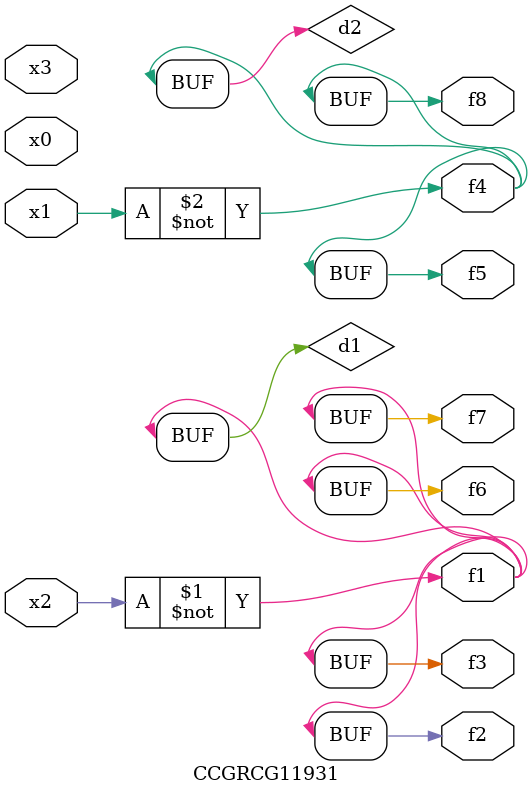
<source format=v>
module CCGRCG11931(
	input x0, x1, x2, x3,
	output f1, f2, f3, f4, f5, f6, f7, f8
);

	wire d1, d2;

	xnor (d1, x2);
	not (d2, x1);
	assign f1 = d1;
	assign f2 = d1;
	assign f3 = d1;
	assign f4 = d2;
	assign f5 = d2;
	assign f6 = d1;
	assign f7 = d1;
	assign f8 = d2;
endmodule

</source>
